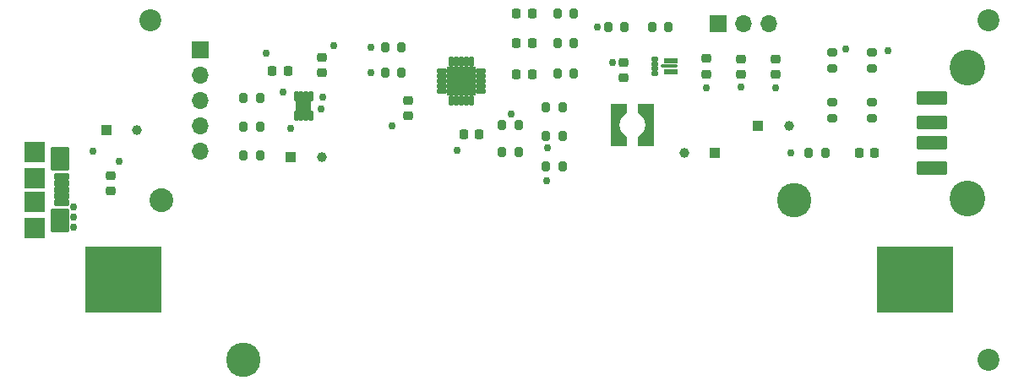
<source format=gbr>
%TF.GenerationSoftware,KiCad,Pcbnew,7.0.10*%
%TF.CreationDate,2025-04-27T19:33:47+02:00*%
%TF.ProjectId,projekt,70726f6a-656b-4742-9e6b-696361645f70,rev?*%
%TF.SameCoordinates,Original*%
%TF.FileFunction,Soldermask,Top*%
%TF.FilePolarity,Negative*%
%FSLAX46Y46*%
G04 Gerber Fmt 4.6, Leading zero omitted, Abs format (unit mm)*
G04 Created by KiCad (PCBNEW 7.0.10) date 2025-04-27 19:33:47*
%MOMM*%
%LPD*%
G01*
G04 APERTURE LIST*
G04 Aperture macros list*
%AMRoundRect*
0 Rectangle with rounded corners*
0 $1 Rounding radius*
0 $2 $3 $4 $5 $6 $7 $8 $9 X,Y pos of 4 corners*
0 Add a 4 corners polygon primitive as box body*
4,1,4,$2,$3,$4,$5,$6,$7,$8,$9,$2,$3,0*
0 Add four circle primitives for the rounded corners*
1,1,$1+$1,$2,$3*
1,1,$1+$1,$4,$5*
1,1,$1+$1,$6,$7*
1,1,$1+$1,$8,$9*
0 Add four rect primitives between the rounded corners*
20,1,$1+$1,$2,$3,$4,$5,0*
20,1,$1+$1,$4,$5,$6,$7,0*
20,1,$1+$1,$6,$7,$8,$9,0*
20,1,$1+$1,$8,$9,$2,$3,0*%
%AMFreePoly0*
4,1,19,2.150000,-1.200000,1.177922,-1.200000,1.064578,-1.003895,0.918917,-0.830439,0.745359,-0.684899,0.549174,-0.571693,0.336318,-0.494257,0.113252,-0.454942,-0.113252,-0.454942,-0.336318,-0.494257,-0.549174,-0.571693,-0.745359,-0.684899,-0.918917,-0.830439,-1.064578,-1.003895,-1.177922,-1.200000,-2.150000,-1.200000,-2.150000,0.400000,2.150000,0.400000,2.150000,-1.200000,2.150000,-1.200000,
$1*%
%AMFreePoly1*
4,1,19,-1.064578,1.003895,-0.918917,0.830439,-0.745359,0.684899,-0.549174,0.571693,-0.336318,0.494257,-0.113252,0.454942,0.113252,0.454942,0.336318,0.494257,0.549174,0.571693,0.745359,0.684899,0.918917,0.830439,1.064578,1.003895,1.177922,1.200000,2.150000,1.200000,2.150000,-0.400000,-2.150000,-0.400000,-2.150000,1.200000,-1.177922,1.200000,-1.064578,1.003895,-1.064578,1.003895,
$1*%
G04 Aperture macros list end*
%ADD10C,1.000000*%
%ADD11R,1.000000X1.000000*%
%ADD12C,2.200000*%
%ADD13RoundRect,0.200000X0.200000X0.275000X-0.200000X0.275000X-0.200000X-0.275000X0.200000X-0.275000X0*%
%ADD14RoundRect,0.102000X3.730000X3.235000X-3.730000X3.235000X-3.730000X-3.235000X3.730000X-3.235000X0*%
%ADD15C,2.390000*%
%ADD16C,3.450000*%
%ADD17RoundRect,0.218750X-0.218750X-0.256250X0.218750X-0.256250X0.218750X0.256250X-0.218750X0.256250X0*%
%ADD18RoundRect,0.200000X-0.200000X-0.275000X0.200000X-0.275000X0.200000X0.275000X-0.200000X0.275000X0*%
%ADD19R,1.700000X1.700000*%
%ADD20O,1.700000X1.700000*%
%ADD21RoundRect,0.225000X0.250000X-0.225000X0.250000X0.225000X-0.250000X0.225000X-0.250000X-0.225000X0*%
%ADD22FreePoly0,90.000000*%
%ADD23FreePoly1,90.000000*%
%ADD24RoundRect,0.059250X-0.177750X0.422750X-0.177750X-0.422750X0.177750X-0.422750X0.177750X0.422750X0*%
%ADD25RoundRect,0.102000X-0.650000X0.450000X-0.650000X-0.450000X0.650000X-0.450000X0.650000X0.450000X0*%
%ADD26RoundRect,0.225000X-0.250000X0.225000X-0.250000X-0.225000X0.250000X-0.225000X0.250000X0.225000X0*%
%ADD27RoundRect,0.102000X-0.675000X0.200000X-0.675000X-0.200000X0.675000X-0.200000X0.675000X0.200000X0*%
%ADD28RoundRect,0.102000X-0.800000X1.050000X-0.800000X-1.050000X0.800000X-1.050000X0.800000X1.050000X0*%
%ADD29RoundRect,0.102000X-0.950000X0.900000X-0.950000X-0.900000X0.950000X-0.900000X0.950000X0.900000X0*%
%ADD30RoundRect,0.102000X-0.950000X0.950000X-0.950000X-0.950000X0.950000X-0.950000X0.950000X0.950000X0*%
%ADD31RoundRect,0.200000X0.275000X-0.200000X0.275000X0.200000X-0.275000X0.200000X-0.275000X-0.200000X0*%
%ADD32RoundRect,0.225000X0.225000X0.250000X-0.225000X0.250000X-0.225000X-0.250000X0.225000X-0.250000X0*%
%ADD33RoundRect,0.116000X0.406000X0.116000X-0.406000X0.116000X-0.406000X-0.116000X0.406000X-0.116000X0*%
%ADD34RoundRect,0.116000X0.116000X0.406000X-0.116000X0.406000X-0.116000X-0.406000X0.116000X-0.406000X0*%
%ADD35RoundRect,0.102000X1.350000X1.350000X-1.350000X1.350000X-1.350000X-1.350000X1.350000X-1.350000X0*%
%ADD36RoundRect,0.102000X1.440000X-0.560000X1.440000X0.560000X-1.440000X0.560000X-1.440000X-0.560000X0*%
%ADD37C,3.580000*%
%ADD38RoundRect,0.102000X0.575000X0.175000X-0.575000X0.175000X-0.575000X-0.175000X0.575000X-0.175000X0*%
%ADD39RoundRect,0.102000X0.725000X0.100000X-0.725000X0.100000X-0.725000X-0.100000X0.725000X-0.100000X0*%
%ADD40RoundRect,0.102000X0.225000X0.125000X-0.225000X0.125000X-0.225000X-0.125000X0.225000X-0.125000X0*%
%ADD41C,0.750000*%
G04 APERTURE END LIST*
D10*
%TO.C,TP8*%
X197000000Y-73600000D03*
%TD*%
%TO.C,TP7*%
X186500000Y-76300000D03*
%TD*%
%TO.C,TP6*%
X131700000Y-74000000D03*
%TD*%
%TO.C,TP5*%
X150200000Y-76700000D03*
%TD*%
D11*
%TO.C,TP4*%
X193900000Y-73600000D03*
%TD*%
%TO.C,TP3*%
X189600000Y-76300000D03*
%TD*%
%TO.C,TP1*%
X147100000Y-76700000D03*
%TD*%
%TO.C,TP2*%
X128600000Y-74000000D03*
%TD*%
D12*
%TO.C,H3*%
X217000000Y-97000000D03*
%TD*%
%TO.C,H2*%
X217000000Y-63000000D03*
%TD*%
%TO.C,H1*%
X133000000Y-63000000D03*
%TD*%
D13*
%TO.C,R2*%
X144000000Y-76500000D03*
X142350000Y-76500000D03*
%TD*%
D14*
%TO.C,BT1*%
X130265000Y-89000000D03*
X209605000Y-89000000D03*
D15*
X134115000Y-81000000D03*
D16*
X142335000Y-97000000D03*
X197535000Y-81000000D03*
%TD*%
D17*
%TO.C,D1*%
X169712500Y-68400000D03*
X171287500Y-68400000D03*
%TD*%
D13*
%TO.C,R1*%
X144000000Y-73650000D03*
X142350000Y-73650000D03*
%TD*%
D18*
%TO.C,R16*%
X173825000Y-62300000D03*
X175475000Y-62300000D03*
%TD*%
D13*
%TO.C,R9*%
X158200000Y-68200000D03*
X156550000Y-68200000D03*
%TD*%
D19*
%TO.C,J2*%
X189900000Y-63300000D03*
D20*
X192440000Y-63300000D03*
X194980000Y-63300000D03*
%TD*%
D13*
%TO.C,RT1*%
X174325000Y-71700000D03*
X172675000Y-71700000D03*
%TD*%
D21*
%TO.C,C1*%
X150200000Y-68250000D03*
X150200000Y-66700000D03*
%TD*%
%TO.C,C5*%
X129000000Y-80075000D03*
X129000000Y-78525000D03*
%TD*%
D18*
%TO.C,R15*%
X173825000Y-65255000D03*
X175475000Y-65255000D03*
%TD*%
D13*
%TO.C,R6*%
X169925000Y-73500000D03*
X168275000Y-73500000D03*
%TD*%
D19*
%TO.C,J1*%
X138000000Y-65925000D03*
D20*
X138000000Y-68465000D03*
X138000000Y-71005000D03*
X138000000Y-73545000D03*
X138000000Y-76085000D03*
%TD*%
D18*
%TO.C,R14*%
X173825000Y-68300000D03*
X175475000Y-68300000D03*
%TD*%
D13*
%TO.C,R10*%
X158200000Y-65700000D03*
X156550000Y-65700000D03*
%TD*%
D22*
%TO.C,L1*%
X179550000Y-73500000D03*
D23*
X183050000Y-73500000D03*
%TD*%
D24*
%TO.C,U1*%
X149125000Y-70617500D03*
X148625000Y-70617500D03*
X148125000Y-70617500D03*
X147625000Y-70617500D03*
X147625000Y-72587500D03*
X148125000Y-72587500D03*
X148625000Y-72587500D03*
X149125000Y-72587500D03*
D25*
X148375000Y-71602500D03*
%TD*%
D26*
%TO.C,C8*%
X158800000Y-71025000D03*
X158800000Y-72575000D03*
%TD*%
D21*
%TO.C,C3*%
X180400000Y-68775000D03*
X180400000Y-67225000D03*
%TD*%
D13*
%TO.C,R4*%
X184925000Y-63650000D03*
X183275000Y-63650000D03*
%TD*%
D17*
%TO.C,D4*%
X204012500Y-76300000D03*
X205587500Y-76300000D03*
%TD*%
D13*
%TO.C,R3*%
X144000000Y-70800000D03*
X142350000Y-70800000D03*
%TD*%
D18*
%TO.C,R5*%
X168275000Y-76200000D03*
X169925000Y-76200000D03*
%TD*%
D13*
%TO.C,R7*%
X180525000Y-63650000D03*
X178875000Y-63650000D03*
%TD*%
D27*
%TO.C,J5*%
X124115500Y-78680750D03*
X124115500Y-79330750D03*
X124115500Y-79980750D03*
X124115500Y-80630750D03*
X124115500Y-81280750D03*
D28*
X123990500Y-76880750D03*
X123990500Y-83080750D03*
D29*
X121440500Y-76180750D03*
D30*
X121440500Y-78780750D03*
X121440500Y-81180750D03*
D29*
X121440500Y-83780750D03*
%TD*%
D31*
%TO.C,R13*%
X205300000Y-67850000D03*
X205300000Y-66200000D03*
%TD*%
D32*
%TO.C,C2*%
X146775000Y-68100000D03*
X145225000Y-68100000D03*
%TD*%
D13*
%TO.C,R17*%
X200625000Y-76260000D03*
X198975000Y-76260000D03*
%TD*%
D32*
%TO.C,C9*%
X165975000Y-74400000D03*
X164425000Y-74400000D03*
%TD*%
D26*
%TO.C,C4*%
X188700000Y-66825000D03*
X188700000Y-68375000D03*
%TD*%
%TO.C,C7*%
X192200000Y-66850000D03*
X192200000Y-68400000D03*
%TD*%
D31*
%TO.C,R12*%
X205300000Y-72850000D03*
X205300000Y-71200000D03*
%TD*%
D18*
%TO.C,TH1*%
X172675000Y-77600000D03*
X174325000Y-77600000D03*
%TD*%
D13*
%TO.C,RT2*%
X174325000Y-74600000D03*
X172675000Y-74600000D03*
%TD*%
D17*
%TO.C,D3*%
X169712500Y-62340000D03*
X171287500Y-62340000D03*
%TD*%
D33*
%TO.C,U3*%
X166100000Y-70100000D03*
X166100000Y-69600000D03*
X166100000Y-69100000D03*
X166100000Y-68600000D03*
X166100000Y-68100000D03*
D34*
X165165000Y-67165000D03*
X164665000Y-67165000D03*
X164165000Y-67165000D03*
X163665000Y-67165000D03*
X163165000Y-67165000D03*
D33*
X162230000Y-68100000D03*
X162230000Y-68600000D03*
X162230000Y-69100000D03*
X162230000Y-69600000D03*
X162230000Y-70100000D03*
D34*
X163165000Y-71035000D03*
X163665000Y-71035000D03*
X164165000Y-71035000D03*
X164665000Y-71035000D03*
X165165000Y-71035000D03*
D35*
X164165000Y-69100000D03*
%TD*%
D31*
%TO.C,R8*%
X201300000Y-72850000D03*
X201300000Y-71200000D03*
%TD*%
D36*
%TO.C,J4*%
X211335000Y-77765250D03*
X211335000Y-75265250D03*
X211335000Y-73265250D03*
X211335000Y-70765250D03*
D37*
X214915000Y-80835250D03*
X214915000Y-67695250D03*
%TD*%
D26*
%TO.C,C6*%
X195700000Y-66850000D03*
X195700000Y-68400000D03*
%TD*%
D38*
%TO.C,U2*%
X185161000Y-68150000D03*
D39*
X185011000Y-67600000D03*
D38*
X185161000Y-67050000D03*
D40*
X183561000Y-66850000D03*
X183561000Y-67350000D03*
X183561000Y-67850000D03*
X183561000Y-68350000D03*
%TD*%
D31*
%TO.C,R11*%
X201300000Y-67850000D03*
X201300000Y-66200000D03*
%TD*%
D17*
%TO.C,D2*%
X169712500Y-65300000D03*
X171287500Y-65300000D03*
%TD*%
D41*
X163600000Y-69700000D03*
X155100000Y-68200000D03*
X147100000Y-73800000D03*
X155100000Y-65700000D03*
X197200000Y-76300000D03*
X206900000Y-66000000D03*
X212300000Y-70800000D03*
X163750000Y-76050000D03*
X157200000Y-73600000D03*
X211300000Y-70800000D03*
X195700000Y-69800000D03*
X150300000Y-70700000D03*
X210300000Y-70800000D03*
X188700000Y-69800000D03*
X151400000Y-65500000D03*
X164700000Y-69700000D03*
X177800000Y-63700000D03*
X127300000Y-76100000D03*
X211600000Y-89000000D03*
X172700000Y-79100000D03*
X129900000Y-77100000D03*
X192200000Y-69700000D03*
X211600000Y-91000000D03*
X209600000Y-91000000D03*
X125300000Y-83700000D03*
X202700000Y-65900000D03*
X211600000Y-87000000D03*
X207600000Y-89000000D03*
X179300000Y-67200000D03*
X207600000Y-91000000D03*
X146300000Y-70200000D03*
X209600000Y-87000000D03*
X209600000Y-89000000D03*
X163600000Y-68500000D03*
X164700000Y-68500000D03*
X125300000Y-81700000D03*
X144600000Y-66300000D03*
X150100000Y-71900000D03*
X207600000Y-87000000D03*
X172800000Y-75800000D03*
X169200000Y-72400000D03*
X125300000Y-82700000D03*
M02*

</source>
